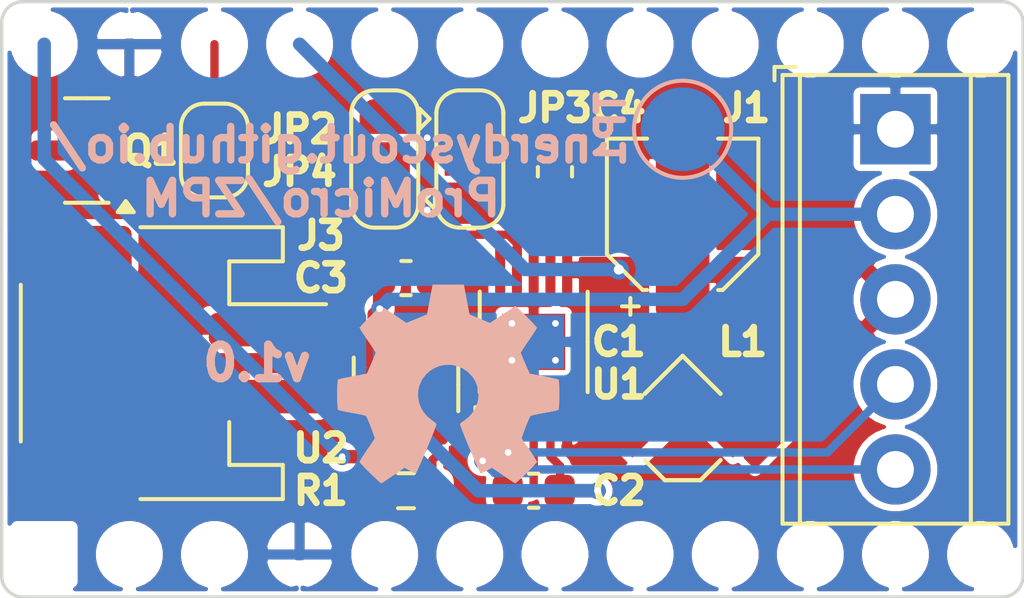
<source format=kicad_pcb>
(kicad_pcb (version 20240108) (generator "pcbnew") (generator_version "8.0")
  (title_block (title "ProMicro_ZPM") (date "2020-05-11") (rev "v1.0"))
  (layers (0 "F.Cu" mixed) (31 "B.Cu" mixed) (34 "B.Paste" user) (35 "F.Paste" user) (36 "B.SilkS" user "B.Silkscreen") (37 "F.SilkS" user "F.Silkscreen") (38 "B.Mask" user) (39 "F.Mask" user) (44 "Edge.Cuts" user))
  (net 0 "")
  (net 1 "GND")
  (net 2 "+3V3")
  (net 3 "VCC")
  (net 4 "VBAT")
  (net 5 "Net-(C2-Pad1)")
  (net 6 "Net-(L1-Pad2)")
  (net 7 "Reset")
  (net 8 "/Vin2")
  (net 9 "Net-(J1-Pad5)")
  (net 10 "Net-(J1-Pad4)")
  (net 11 "Net-(JP4-Pad2)")
  (net 12 "Net-(R1-Pad1)")
  (net 13 "/D0")
  (net 14 "/D1")
  (footprint "Jumper:SolderJumper-3_P1.3mm_Bridged12_RoundedPad1.0x1.5mm" (layer "F.Cu") (at 137.16 94.869 90)
    (property "Reference" "JP2" (at 0.889 -2.54 0) (layer "F.SilkS") (effects (font (size 0.8 0.8) (thickness 0.2))))
    (property "Value" "SolderJumper_3_Bridged12" (hide yes))
    (fp_poly (pts (xy -0.9 -0.3) (xy -0.4 -0.3) (xy -0.4 0.3) (xy -0.9 0.3)) (fill solid) (layer "F.Cu"))
    (fp_line (start -1.4 -1) (end 1.4 -1) (stroke (width 0.12)) (layer "F.SilkS"))
    (fp_line (start 2.05 -0.3) (end 2.05 0.3) (stroke (width 0.12)) (layer "F.SilkS"))
    (fp_line (start -2.05 0.3) (end -2.05 -0.3) (stroke (width 0.12)) (layer "F.SilkS"))
    (fp_line (start 1.4 1) (end -1.4 1) (stroke (width 0.12)) (layer "F.SilkS"))
    (fp_line (start -1.2 1.2) (end -0.9 1.5) (stroke (width 0.12)) (layer "F.SilkS"))
    (fp_line (start -1.2 1.2) (end -1.5 1.5) (stroke (width 0.12)) (layer "F.SilkS"))
    (fp_line (start -1.5 1.5) (end -0.9 1.5) (stroke (width 0.12)) (layer "F.SilkS"))
    (fp_arc (start 1.35 -1) (mid 1.844975 -0.794975) (end 2.05 -0.3) (stroke (width 0.12)) (layer "F.SilkS"))
    (fp_arc (start -2.05 -0.3) (mid -1.844975 -0.794975) (end -1.35 -1) (stroke (width 0.12)) (layer "F.SilkS"))
    (fp_arc (start 2.05 0.3) (mid 1.844975 0.794975) (end 1.35 1) (stroke (width 0.12)) (layer "F.SilkS"))
    (fp_arc (start -1.35 1) (mid -1.844975 0.794975) (end -2.05 0.3) (stroke (width 0.12)) (layer "F.SilkS"))
    (pad "1" smd custom (at -1.3 0 90) (size 1 0.5) (layers "F.Cu" "F.Mask") (net 1 "GND") (options (clearance outline) (anchor rect)) (primitives (gr_circle (center 0 0.25) (end 0.5 0.25) (width 0) (fill yes)) (gr_circle (center 0 -0.25) (end 0.5 -0.25) (width 0) (fill yes)) (gr_poly (pts (xy 0.55 0.75) (xy 0 0.75) (xy 0 -0.75) (xy 0.55 -0.75)) (width 0) (fill yes))))
    (pad "2" smd rect (at 0 0 90) (size 1 1.5) (layers "F.Cu" "F.Mask") (net 13 "/D0"))
    (pad "3" smd custom (at 1.3 0 90) (size 1 0.5) (layers "F.Cu" "F.Mask") (net 8 "/Vin2") (options (clearance outline) (anchor rect)) (primitives (gr_circle (center 0 0.25) (end 0.5 0.25) (width 0) (fill yes)) (gr_circle (center 0 -0.25) (end 0.5 -0.25) (width 0) (fill yes)) (gr_poly (pts (xy 0 0.75) (xy -0.55 0.75) (xy -0.55 -0.75) (xy 0 -0.75)) (width 0) (fill yes))))
  )
  (footprint "Capacitor_SMD:C_0603_1608Metric" (layer "F.Cu") (at 141.605 104.775)
    (property "Reference" "C2" (at 2.54 0 0) (layer "F.SilkS") (effects (font (size 0.8 0.8) (thickness 0.2))))
    (property "Value" "1µ" (hide yes))
    (fp_line (start -0.14058 -0.51) (end 0.14058 -0.51) (stroke (width 0.12)) (layer "F.SilkS"))
    (fp_line (start -0.14058 0.51) (end 0.14058 0.51) (stroke (width 0.12)) (layer "F.SilkS"))
    (pad "1" smd roundrect (at -0.775 0) (size 0.9 0.95) (layers "F.Cu" "F.Paste" "F.Mask") (net 5 "Net-(C2-Pad1)"))
    (pad "2" smd roundrect (at 0.775 0) (size 0.9 0.95) (layers "F.Cu" "F.Paste" "F.Mask") (net 4 "VBAT"))
  )
  (footprint "Capacitor_SMD:C_0603_1608Metric" (layer "F.Cu") (at 137.795 98.425)
    (property "Reference" "C3" (at -2.54 0 0) (layer "F.SilkS") (effects (font (size 0.8 0.8) (thickness 0.2))))
    (property "Value" "4.7µ" (hide yes))
    (fp_line (start -0.14058 -0.51) (end 0.14058 -0.51) (stroke (width 0.12)) (layer "F.SilkS"))
    (fp_line (start -0.14058 0.51) (end 0.14058 0.51) (stroke (width 0.12)) (layer "F.SilkS"))
    (pad "1" smd roundrect (at -0.775 0) (size 0.9 0.95) (layers "F.Cu" "F.Paste" "F.Mask") (net 4 "VBAT"))
    (pad "2" smd roundrect (at 0.775 0) (size 0.9 0.95) (layers "F.Cu" "F.Paste" "F.Mask") (net 1 "GND"))
  )
  (footprint "Package_TO_SOT_SMD:SOT-23-5" (layer "F.Cu") (at 137.795 101.6 -90)
    (property "Reference" "U2" (at 1.905 2.54 0) (layer "F.SilkS") (effects (font (size 0.8 0.8) (thickness 0.2))))
    (property "Value" "MCP73831-2-OT" (hide yes))
    (fp_line (start 0 1.56) (end -0.8 1.56) (stroke (width 0.12)) (layer "F.SilkS"))
    (fp_line (start 0 1.56) (end 0.8 1.56) (stroke (width 0.12)) (layer "F.SilkS"))
    (fp_line (start 0 -1.56) (end -0.8 -1.56) (stroke (width 0.12)) (layer "F.SilkS"))
    (fp_line (start 0 -1.56) (end 0.8 -1.56) (stroke (width 0.12)) (layer "F.SilkS"))
    (fp_poly (pts (xy -1.3 -1.51) (xy -1.54 -1.84) (xy -1.06 -1.84) (xy -1.3 -1.51)) (stroke (width 0.12)) (fill solid) (layer "F.SilkS"))
    (pad "1" smd roundrect (at -1.1375 -0.95 270) (size 1.325 0.6) (layers "F.Cu" "F.Paste" "F.Mask"))
    (pad "2" smd roundrect (at -1.1375 0 270) (size 1.325 0.6) (layers "F.Cu" "F.Paste" "F.Mask") (net 1 "GND"))
    (pad "3" smd roundrect (at -1.1375 0.95 270) (size 1.325 0.6) (layers "F.Cu" "F.Paste" "F.Mask") (net 4 "VBAT"))
    (pad "4" smd roundrect (at 1.1375 0.95 270) (size 1.325 0.6) (layers "F.Cu" "F.Paste" "F.Mask") (net 3 "VCC"))
    (pad "5" smd roundrect (at 1.1375 -0.95 270) (size 1.325 0.6) (layers "F.Cu" "F.Paste" "F.Mask") (net 12 "Net-(R1-Pad1)"))
  )
  (footprint "TerminalBlock_TE-Connectivity:TerminalBlock_TE_282834-5_1x05_P2.54mm_Horizontal" (layer "F.Cu") (at 152.4 93.98 -90)
    (property "Reference" "J1" (at -0.635 4.445 0) (layer "F.SilkS") (effects (font (size 0.8 0.8) (thickness 0.2))))
    (property "Value" "Screw_Terminal_01x05" (hide yes))
    (fp_line (start -1.86 3.61) (end -1.46 3.61) (stroke (width 0.12)) (layer "F.SilkS"))
    (fp_line (start -1.62 3.37) (end 11.78 3.37) (stroke (width 0.12)) (layer "F.SilkS"))
    (fp_line (start -1.86 2.97) (end -1.86 3.61) (stroke (width 0.12)) (layer "F.SilkS"))
    (fp_line (start -1.62 2.85) (end 11.78 2.85) (stroke (width 0.12)) (layer "F.SilkS"))
    (fp_line (start -1.62 -2.25) (end 11.78 -2.25) (stroke (width 0.12)) (layer "F.SilkS"))
    (fp_line (start -1.62 -3.37) (end -1.62 3.37) (stroke (width 0.12)) (layer "F.SilkS"))
    (fp_line (start -1.62 -3.37) (end 11.78 -3.37) (stroke (width 0.12)) (layer "F.SilkS"))
    (fp_line (start 11.78 -3.37) (end 11.78 3.37) (stroke (width 0.12)) (layer "F.SilkS"))
    (pad "1" thru_hole rect (at 0 0 270) (size 2.1 2.1) (drill 1.1) (layers "*.Cu" "*.Mask") (net 1 "GND"))
    (pad "2" thru_hole circle (at 2.54 0 270) (size 2.1 2.1) (drill 1.1) (layers "*.Cu" "*.Mask") (net 4 "VBAT"))
    (pad "3" thru_hole circle (at 5.08 0 270) (size 2.1 2.1) (drill 1.1) (layers "*.Cu" "*.Mask") (net 2 "+3V3"))
    (pad "4" thru_hole circle (at 7.62 0 270) (size 2.1 2.1) (drill 1.1) (layers "*.Cu" "*.Mask") (net 10 "Net-(J1-Pad4)"))
    (pad "5" thru_hole circle (at 10.16 0 270) (size 2.1 2.1) (drill 1.1) (layers "*.Cu" "*.Mask") (net 9 "Net-(J1-Pad5)"))
  )
  (footprint "Capacitor_SMD:C_0603_1608Metric" (layer "F.Cu") (at 142.24 95.25 90)
    (property "Reference" "C4" (at 1.905 1.905 0) (layer "F.SilkS") (effects (font (size 0.8 0.8) (thickness 0.2))))
    (property "Value" "4.7µ" (hide yes))
    (fp_line (start -0.14058 -0.51) (end 0.14058 -0.51) (stroke (width 0.12)) (layer "F.SilkS"))
    (fp_line (start -0.14058 0.51) (end 0.14058 0.51) (stroke (width 0.12)) (layer "F.SilkS"))
    (pad "1" smd roundrect (at -0.775 0 90) (size 0.9 0.95) (layers "F.Cu" "F.Paste" "F.Mask") (net 8 "/Vin2"))
    (pad "2" smd roundrect (at 0.775 0 90) (size 0.9 0.95) (layers "F.Cu" "F.Paste" "F.Mask") (net 1 "GND"))
  )
  (footprint "ZPM:HPNP-100NC" (layer "F.Cu") (at 146.05 102.87 -135)
    (property "Reference" "L1" (at -3.066051 0.526051 0) (layer "F.SilkS") (effects (font (size 0.8 0.8) (thickness 0.2))))
    (property "Value" "CDRH2D18_HPNP-100C" (hide yes))
    (fp_line (start 1.5 0.1) (end 1.5 -0.75) (stroke (width 0.127)) (layer "F.SilkS"))
    (fp_line (start 1.5 -0.75) (end 0.75 -1.5) (stroke (width 0.127)) (layer "F.SilkS"))
    (fp_line (start -1.5 1.5) (end 0.1 1.5) (stroke (width 0.127)) (layer "F.SilkS"))
    (fp_line (start 0.75 -1.5) (end -0.1 -1.5) (stroke (width 0.127)) (layer "F.SilkS"))
    (fp_line (start -1.5 -0.1) (end -1.5 1.5) (stroke (width 0.127)) (layer "F.SilkS"))
    (pad "1" smd rect (at -1.06066 -1.06066 225) (size 1.3 1.3) (layers "F.Cu" "F.Paste" "F.Mask") (net 2 "+3V3"))
    (pad "2" smd rect (at 1.06066 1.06066 225) (size 1.3 1.3) (layers "F.Cu" "F.Paste" "F.Mask") (net 6 "Net-(L1-Pad2)"))
  )
  (footprint "Package_TO_SOT_SMD:SOT-23" (layer "F.Cu") (at 128.27 94.615 180)
    (property "Reference" "Q1" (at -1.905 0 180) (layer "F.SilkS") (effects (font (size 0.8 0.8) (thickness 0.2))))
    (property "Value" "BC847" (hide yes))
    (fp_line (start 0 1.56) (end 0.65 1.56) (stroke (width 0.12)) (layer "F.SilkS"))
    (fp_line (start 0 1.56) (end -0.65 1.56) (stroke (width 0.12)) (layer "F.SilkS"))
    (fp_line (start 0 -1.56) (end 0.65 -1.56) (stroke (width 0.12)) (layer "F.SilkS"))
    (fp_line (start 0 -1.56) (end -0.65 -1.56) (stroke (width 0.12)) (layer "F.SilkS"))
    (fp_poly (pts (xy -1.1625 -1.51) (xy -1.4025 -1.84) (xy -0.9225 -1.84) (xy -1.1625 -1.51)) (stroke (width 0.12)) (fill solid) (layer "F.SilkS"))
    (pad "1" smd roundrect (at -0.9375 -0.95 180) (size 1.475 0.6) (layers "F.Cu" "F.Paste" "F.Mask") (net 11 "Net-(JP4-Pad2)"))
    (pad "2" smd roundrect (at -0.9375 0.95 180) (size 1.475 0.6) (layers "F.Cu" "F.Paste" "F.Mask") (net 1 "GND"))
    (pad "3" smd roundrect (at 0.9375 0 180) (size 1.475 0.6) (layers "F.Cu" "F.Paste" "F.Mask") (net 7 "Reset"))
  )
  (footprint "Jumper:SolderJumper-3_P1.3mm_Bridged12_RoundedPad1.0x1.5mm" (layer "F.Cu") (at 139.7 94.869 -90)
    (property "Reference" "JP3" (at -1.524 -2.54 0) (layer "F.SilkS") (effects (font (size 0.8 0.8) (thickness 0.2))))
    (property "Value" "SolderJumper_3_Bridged12" (hide yes))
    (fp_poly (pts (xy -0.9 -0.3) (xy -0.4 -0.3) (xy -0.4 0.3) (xy -0.9 0.3)) (fill solid) (layer "F.Cu"))
    (fp_line (start -1.5 1.5) (end -0.9 1.5) (stroke (width 0.12)) (layer "F.SilkS"))
    (fp_line (start -1.2 1.2) (end -1.5 1.5) (stroke (width 0.12)) (layer "F.SilkS"))
    (fp_line (start -1.2 1.2) (end -0.9 1.5) (stroke (width 0.12)) (layer "F.SilkS"))
    (fp_line (start 1.4 1) (end -1.4 1) (stroke (width 0.12)) (layer "F.SilkS"))
    (fp_line (start -2.05 0.3) (end -2.05 -0.3) (stroke (width 0.12)) (layer "F.SilkS"))
    (fp_line (start 2.05 -0.3) (end 2.05 0.3) (stroke (width 0.12)) (layer "F.SilkS"))
    (fp_line (start -1.4 -1) (end 1.4 -1) (stroke (width 0.12)) (layer "F.SilkS"))
    (fp_arc (start -1.35 1) (mid -1.844975 0.794975) (end -2.05 0.3) (stroke (width 0.12)) (layer "F.SilkS"))
    (fp_arc (start 2.05 0.3) (mid 1.844975 0.794975) (end 1.35 1) (stroke (width 0.12)) (layer "F.SilkS"))
    (fp_arc (start -2.05 -0.3) (mid -1.844975 -0.794975) (end -1.35 -1) (stroke (width 0.12)) (layer "F.SilkS"))
    (fp_arc (start 1.35 -1) (mid 1.844975 -0.794975) (end 2.05 -0.3) (stroke (width 0.12)) (layer "F.SilkS"))
    (pad "1" smd custom (at -1.3 0 270) (size 1 0.5) (layers "F.Cu" "F.Mask") (net 8 "/Vin2") (options (clearance outline) (anchor rect)) (primitives (gr_circle (center 0 0.25) (end 0.5 0.25) (width 0) (fill yes)) (gr_circle (center 0 -0.25) (end 0.5 -0.25) (width 0) (fill yes)) (gr_poly (pts (xy 0.55 0.75) (xy 0 0.75) (xy 0 -0.75) (xy 0.55 -0.75)) (width 0) (fill yes))))
    (pad "2" smd rect (at 0 0 270) (size 1 1.5) (layers "F.Cu" "F.Mask") (net 14 "/D1"))
    (pad "3" smd custom (at 1.3 0 270) (size 1 0.5) (layers "F.Cu" "F.Mask") (net 1 "GND") (options (clearance outline) (anchor rect)) (primitives (gr_circle (center 0 0.25) (end 0.5 0.25) (width 0) (fill yes)) (gr_circle (center 0 -0.25) (end 0.5 -0.25) (width 0) (fill yes)) (gr_poly (pts (xy 0 0.75) (xy -0.55 0.75) (xy -0.55 -0.75) (xy 0 -0.75)) (width 0) (fill yes))))
  )
  (footprint "Capacitor_SMD:CP_Elec_4x3" (layer "F.Cu") (at 146.05 96.52 90)
    (property "Reference" "C1" (at -3.81 -1.905 0) (layer "F.SilkS") (effects (font (size 0.8 0.8) (thickness 0.2))))
    (property "Value" "10µF" (hide yes))
    (fp_line (start 2.26 -2.26) (end 2.26 -1.06) (stroke (width 0.12)) (layer "F.SilkS"))
    (fp_line (start -1.195563 -2.26) (end 2.26 -2.26) (stroke (width 0.12)) (layer "F.SilkS"))
    (fp_line (start -2.75 -1.81) (end -2.75 -1.31) (stroke (width 0.12)) (layer "F.SilkS"))
    (fp_line (start -3 -1.56) (end -2.5 -1.56) (stroke (width 0.12)) (layer "F.SilkS"))
    (fp_line (start -2.26 -1.195563) (end -1.195563 -2.26) (stroke (width 0.12)) (layer "F.SilkS"))
    (fp_line (start -2.26 -1.195563) (end -2.26 -1.06) (stroke (width 0.12)) (layer "F.SilkS"))
    (fp_line (start -2.26 1.195563) (end -2.26 1.06) (stroke (width 0.12)) (layer "F.SilkS"))
    (fp_line (start -2.26 1.195563) (end -1.195563 2.26) (stroke (width 0.12)) (layer "F.SilkS"))
    (fp_line (start 2.26 2.26) (end 2.26 1.06) (stroke (width 0.12)) (layer "F.SilkS"))
    (fp_line (start -1.195563 2.26) (end 2.26 2.26) (stroke (width 0.12)) (layer "F.SilkS"))
    (pad "1" smd roundrect (at -1.8 0 90) (size 2.6 1.6) (layers "F.Cu" "F.Paste" "F.Mask") (roundrect_rratio 0.15625) (net 2 "+3V3"))
    (pad "2" smd roundrect (at 1.8 0 90) (size 2.6 1.6) (layers "F.Cu" "F.Paste" "F.Mask") (roundrect_rratio 0.15625) (net 1 "GND"))
  )
  (footprint "Package_SO:MSOP-10-1EP_3x3mm_P0.5mm_EP1.68x1.88mm_ThermalVias" (layer "F.Cu") (at 141.605 100.33 90)
    (property "Reference" "U1" (at -1.27 2.54 180) (layer "F.SilkS") (effects (font (size 0.8 0.8) (thickness 0.2))))
    (property "Value" "LTC3588EDD-1PBF" (hide yes))
    (fp_line (start 0 -1.61) (end 1.5 -1.61) (stroke (width 0.12)) (layer "F.SilkS"))
    (fp_line (start 0 -1.61) (end -1.5 -1.61) (stroke (width 0.12)) (layer "F.SilkS"))
    (fp_line (start 0 1.61) (end 1.5 1.61) (stroke (width 0.12)) (layer "F.SilkS"))
    (fp_line (start 0 1.61) (end -1.5 1.61) (stroke (width 0.12)) (layer "F.SilkS"))
    (fp_poly (pts (xy -2.1875 -1.41) (xy -2.4275 -1.74) (xy -1.9475 -1.74) (xy -2.1875 -1.41)) (stroke (width 0.12)) (fill solid) (layer "F.SilkS"))
    (pad "1" smd roundrect (at -2.15 -1 90) (size 1.45 0.3) (layers "F.Cu" "F.Paste" "F.Mask") (net 9 "Net-(J1-Pad5)"))
    (pad "2" smd roundrect (at -2.15 -0.5 90) (size 1.45 0.3) (layers "F.Cu" "F.Paste" "F.Mask") (net 10 "Net-(J1-Pad4)"))
    (pad "3" smd roundrect (at -2.15 0 90) (size 1.45 0.3) (layers "F.Cu" "F.Paste" "F.Mask") (net 5 "Net-(C2-Pad1)"))
    (pad "4" smd roundrect (at -2.15 0.5 90) (size 1.45 0.3) (layers "F.Cu" "F.Paste" "F.Mask") (net 4 "VBAT"))
    (pad "5" smd roundrect (at -2.15 1 90) (size 1.45 0.3) (layers "F.Cu" "F.Paste" "F.Mask") (net 6 "Net-(L1-Pad2)"))
    (pad "6" smd roundrect (at 2.15 1 90) (size 1.45 0.3) (layers "F.Cu" "F.Paste" "F.Mask") (net 2 "+3V3"))
    (pad "7" smd roundrect (at 2.15 0.5 90) (size 1.45 0.3) (layers "F.Cu" "F.Paste" "F.Mask") (net 8 "/Vin2"))
    (pad "8" smd roundrect (at 2.15 0 90) (size 1.45 0.3) (layers "F.Cu" "F.Paste" "F.Mask") (net 14 "/D1"))
    (pad "9" smd roundrect (at 2.15 -0.5 90) (size 1.45 0.3) (layers "F.Cu" "F.Paste" "F.Mask") (net 13 "/D0"))
    (pad "10" smd roundrect (at 2.15 -1 90) (size 1.45 0.3) (layers "F.Cu" "F.Paste" "F.Mask") (net 11 "Net-(JP4-Pad2)"))
    (pad "11" thru_hole circle (at -0.55 -0.65 90) (size 0.5 0.5) (drill 0.2) (property pad_prop_heatsink) (layers "*.Cu") (net 1 "GND"))
    (pad "11" thru_hole circle (at -0.55 0.65 90) (size 0.5 0.5) (drill 0.2) (property pad_prop_heatsink) (layers "*.Cu") (net 1 "GND"))
    (pad "11" smd rect (at 0 0 90) (size 1.6 1.8) (property pad_prop_heatsink) (layers "B.Cu") (net 1 "GND"))
    (pad "11" smd rect (at 0 0 90) (size 1.68 1.88) (property pad_prop_heatsink) (layers "F.Cu" "F.Mask") (net 1 "GND"))
    (pad "11" thru_hole circle (at 0.55 -0.65 90) (size 0.5 0.5) (drill 0.2) (property pad_prop_heatsink) (layers "*.Cu") (net 1 "GND"))
    (pad "11" thru_hole circle (at 0.55 0.65 90) (size 0.5 0.5) (drill 0.2) (property pad_prop_heatsink) (layers "*.Cu") (net 1 "GND"))
  )
  (footprint "Resistor_SMD:R_0603_1608Metric" (layer "F.Cu") (at 137.795 104.775 180)
    (property "Reference" "R1" (at 2.54 0 180) (layer "F.SilkS") (effects (font (size 0.8 0.8) (thickness 0.2))))
    (property "Value" "2k" (hide yes))
    (fp_line (start -0.237258 0.5225) (end 0.237258 0.5225) (stroke (width 0.12)) (layer "F.SilkS"))
    (fp_line (start -0.237258 -0.5225) (end 0.237258 -0.5225) (stroke (width 0.12)) (layer "F.SilkS"))
    (pad "1" smd roundrect (at -0.825 0 180) (size 0.8 0.95) (layers "F.Cu" "F.Paste" "F.Mask") (net 12 "Net-(R1-Pad1)"))
    (pad "2" smd roundrect (at 0.825 0 180) (size 0.8 0.95) (layers "F.Cu" "F.Paste" "F.Mask") (net 1 "GND"))
  )
  (footprint "Connector_JST:JST_PH_S2B-PH-SM4-TB_1x02-1MP_P2.00mm_Horizontal" (layer "F.Cu") (at 130.81 100.965 -90)
    (property "Reference" "J3" (at -3.81 -4.445 0) (layer "F.SilkS") (effects (font (size 0.8 0.8) (thickness 0.2))))
    (property "Value" "JST" (hide yes))
    (fp_line (start -2.34 4.51) (end 2.34 4.51) (stroke (width 0.12)) (layer "F.SilkS"))
    (fp_line (start -4.06 0.94) (end -4.06 -3.31) (stroke (width 0.12)) (layer "F.SilkS"))
    (fp_line (start 4.06 0.94) (end 4.06 -3.31) (stroke (width 0.12)) (layer "F.SilkS"))
    (fp_line (start -3.04 -1.71) (end -1.76 -1.71) (stroke (width 0.12)) (layer "F.SilkS"))
    (fp_line (start -1.76 -1.71) (end -1.76 -4.6) (stroke (width 0.12)) (layer "F.SilkS"))
    (fp_line (start 3.04 -1.71) (end 1.76 -1.71) (stroke (width 0.12)) (layer "F.SilkS"))
    (fp_line (start -4.06 -3.31) (end -3.04 -3.31) (stroke (width 0.12)) (layer "F.SilkS"))
    (fp_line (start -3.04 -3.31) (end -3.04 -1.71) (stroke (width 0.12)) (layer "F.SilkS"))
    (fp_line (start 3.04 -3.31) (end 3.04 -1.71) (stroke (width 0.12)) (layer "F.SilkS"))
    (fp_line (start 4.06 -3.31) (end 3.04 -3.31) (stroke (width 0.12)) (layer "F.SilkS"))
    (pad "1" smd roundrect (at -1 -2.85 270) (size 1 3.5) (layers "F.Cu" "F.Paste" "F.Mask") (net 1 "GND"))
    (pad "2" smd roundrect (at 1 -2.85 270) (size 1 3.5) (layers "F.Cu" "F.Paste" "F.Mask") (net 4 "VBAT"))
    (pad "MP" smd roundrect (at -3.35 2.9 270) (size 1.5 3.4) (layers "F.Cu" "F.Paste" "F.Mask") (roundrect_rratio 0.166667))
    (pad "MP" smd roundrect (at 3.35 2.9 270) (size 1.5 3.4) (layers "F.Cu" "F.Paste" "F.Mask") (roundrect_rratio 0.166667))
  )
  (footprint "Jumper:SolderJumper-2_P1.3mm_Open_RoundedPad1.0x1.5mm" (layer "F.Cu") (at 132.08 94.615 -90)
    (property "Reference" "JP4" (at 0.635 -2.54 0) (layer "F.SilkS") (effects (font (size 0.8 0.8) (thickness 0.2))))
    (property "Value" "SolderJumper_2_Open" (hide yes))
    (fp_line (start 0.7 1) (end -0.7 1) (stroke (width 0.12)) (layer "F.SilkS"))
    (fp_line (start -1.4 0.3) (end -1.4 -0.3) (stroke (width 0.12)) (layer "F.SilkS"))
    (fp_line (start 1.4 -0.3) (end 1.4 0.3) (stroke (width 0.12)) (layer "F.SilkS"))
    (fp_line (start -0.7 -1) (end 0.7 -1) (stroke (width 0.12)) (layer "F.SilkS"))
    (fp_arc (start -0.7 1) (mid -1.194975 0.794975) (end -1.4 0.3) (stroke (width 0.12)) (layer "F.SilkS"))
    (fp_arc (start 1.4 0.3) (mid 1.194975 0.794975) (end 0.7 1) (stroke (width 0.12)) (layer "F.SilkS"))
    (fp_arc (start -1.4 -0.3) (mid -1.194975 -0.794975) (end -0.7 -1) (stroke (width 0.12)) (layer "F.SilkS"))
    (fp_arc (start 0.7 -1) (mid 1.194975 -0.794975) (end 1.4 -0.3) (stroke (width 0.12)) (layer "F.SilkS"))
    (pad "1" smd custom (at -0.65 0 270) (size 1 0.5) (layers "F.Cu" "F.Mask") (net 7 "Reset") (options (clearance outline) (anchor rect)) (primitives (gr_circle (center 0 0.25) (end 0.5 0.25) (width 0) (fill yes)) (gr_circle (center 0 -0.25) (end 0.5 -0.25) (width 0) (fill yes)) (gr_poly (pts (xy 0.5 0.75) (xy 0 0.75) (xy 0 -0.75) (xy 0.5 -0.75)) (width 0) (fill yes))))
    (pad "2" smd custom (at 0.65 0 270) (size 1 0.5) (layers "F.Cu" "F.Mask") (net 11 "Net-(JP4-Pad2)") (options (clearance outline) (anchor rect)) (primitives (gr_circle (center 0 0.25) (end 0.5 0.25) (width 0) (fill yes)) (gr_circle (center 0 -0.25) (end 0.5 -0.25) (width 0) (fill yes)) (gr_poly (pts (xy 0 0.75) (xy -0.5 0.75) (xy -0.5 -0.75) (xy 0 -0.75)) (width 0) (fill yes))))
  )
  (footprint "Symbol:OSHW-Symbol_6.7x6mm_SilkScreen" (layer "B.Cu") (at 139.065 101.6 180)
    (property "Reference" "LOGO1" (hide yes))
    (property "Value" "Logo_Open_Hardware_Small" (hide yes))
    (fp_poly (pts (xy 0.555814 2.531069) (xy 0.639635 2.086445) (xy 0.94892 1.958947) (xy 1.258206 1.831449) (xy 1.629246 2.083754) (xy 1.733157 2.154004) (xy 1.827087 2.216728) (xy 1.906652 2.269062) (xy 1.96747 2.308143) (xy 2.005157 2.331107) (xy 2.015421 2.336058) (xy 2.03391 2.323324) (xy 2.07342 2.288118) (xy 2.129522 2.234938) (xy 2.197787 2.168282) (xy 2.273786 2.092646) (xy 2.353092 2.012528) (xy 2.431275 1.932426) (xy 2.503907 1.856836) (xy 2.566559 1.790255) (xy 2.614803 1.737182) (xy 2.64421 1.702113) (xy 2.651241 1.690377) (xy 2.641123 1.66874) (xy 2.612759 1.621338) (xy 2.569129 1.552807) (xy 2.513218 1.467785) (xy 2.448006 1.370907) (xy 2.410219 1.31565) (xy 2.341343 1.214752) (xy 2.28014 1.123701) (xy 2.229578 1.04703) (xy 2.192628 0.989272) (xy 2.172258 0.954957) (xy 2.169197 0.947746) (xy 2.176136 0.927252) (xy 2.195051 0.879487) (xy 2.223087 0.811168) (xy 2.257391 0.729011) (xy 2.295109 0.63973) (xy 2.333387 0.550042) (xy 2.36937 0.466662) (xy 2.400206 0.396306) (xy 2.423039 0.34569) (xy 2.435017 0.321529) (xy 2.435724 0.320578) (xy 2.454531 0.315964) (xy 2.504618 0.305672) (xy 2.580793 0.290713) (xy 2.677865 0.272099) (xy 2.790643 0.250841) (xy 2.856442 0.238582) (xy 2.97695 0.215638) (xy 3.085797 0.193805) (xy 3.177476 0.174278) (xy 3.246481 0.158252) (xy 3.287304 0.146921) (xy 3.295511 0.143326) (xy 3.303548 0.118994) (xy 3.310033 0.064041) (xy 3.31497 -0.015108) (xy 3.318364 -0.112026) (xy 3.320218 -0.220287) (xy 3.320538 -0.333465) (xy 3.319327 -0.445135) (xy 3.31659 -0.548868) (xy 3.312331 -0.638241) (xy 3.306555 -0.706826) (xy 3.299267 -0.748197) (xy 3.294895 -0.75681) (xy 3.268764 -0.767133) (xy 3.213393 -0.781892) (xy 3.136107 -0.799352) (xy 3.04423 -0.81778) (xy 3.012158 -0.823741) (xy 2.857524 -0.852066) (xy 2.735375 -0.874876) (xy 2.641673 -0.89308) (xy 2.572384 -0.907583) (xy 2.523471 -0.919292) (xy 2.490897 -0.929115) (xy 2.470628 -0.937956) (xy 2.458626 -0.946724) (xy 2.456947 -0.948457) (xy 2.440184 -0.976371) (xy 2.414614 -1.030695) (xy 2.382788 -1.104777) (xy 2.34726 -1.191965) (xy 2.310583 -1.285608) (xy 2.275311 -1.379052) (xy 2.243996 -1.465647) (xy 2.219193 -1.53874) (xy 2.203454 -1.591678) (xy 2.199332 -1.617811) (xy 2.199676 -1.618726) (xy 2.213641 -1.640086) (xy 2.245322 -1.687084) (xy 2.291391 -1.754827) (xy 2.348518 -1.838423) (xy 2.413373 -1.932982) (xy 2.431843 -1.959854) (xy 2.497699 -2.057275) (xy 2.55565 -2.146163) (xy 2.602538 -2.221412) (xy 2.635207 -2.27792) (xy 2.6505 -2.310581) (xy 2.651241 -2.314593) (xy 2.638392 -2.335684) (xy 2.602888 -2.377464) (xy 2.549293 -2.435445) (xy 2.482171 -2.505135) (xy 2.406087 -2.582045) (xy 2.325604 -2.661683) (xy 2.245287 -2.739561) (xy 2.169699 -2.811186) (xy 2.103405 -2.87207) (xy 2.050969 -2.917721) (xy 2.016955 -2.94365) (xy 2.007545 -2.947883) (xy 1.985643 -2.937912) (xy 1.9408 -2.91102) (xy 1.880321 -2.871736) (xy 1.833789 -2.840117) (xy 1.749475 -2.782098) (xy 1.649626 -2.713784) (xy 1.549473 -2.645579) (xy 1.495627 -2.609075) (xy 1.313371 -2.4858) (xy 1.160381 -2.56852) (xy 1.090682 -2.604759) (xy 1.031414 -2.632926) (xy 0.991311 -2.648991) (xy 0.981103 -2.651226) (xy 0.968829 -2.634722) (xy 0.944613 -2.588082) (xy 0.910263 -2.515609) (xy 0.867588 -2.421606) (xy 0.818394 -2.310374) (xy 0.76449 -2.186215) (xy 0.707684 -2.053432) (xy 0.649782 -1.916327) (xy 0.592593 -1.779202) (xy 0.537924 -1.646358) (xy 0.487584 -1.522098) (xy 0.44338 -1.410725) (xy 0.407119 -1.316539) (xy 0.380609 -1.243844) (xy 0.365658 -1.196941) (xy 0.363254 -1.180833) (xy 0.382311 -1.160286) (xy 0.424036 -1.126933) (xy 0.479706 -1.087702) (xy 0.484378 -1.084599) (xy 0.628264 -0.969423) (xy 0.744283 -0.835053) (xy 0.83143 -0.685784) (xy 0.888699 -0.525913) (xy 0.915086 -0.359737) (xy 0.909585 -0.191552) (xy 0.87119 -0.025655) (xy 0.798895 0.133658) (xy 0.777626 0.168513) (xy 0.666996 0.309263) (xy 0.536302 0.422286) (xy 0.390064 0.506997) (xy 0.232808 0.562806) (xy 0.069057 0.589126) (xy -0.096667 0.58537) (xy -0.259838 0.55095) (xy -0.415935 0.485277) (xy -0.560433 0.387765) (xy -0.605131 0.348187) (xy -0.718888 0.224297) (xy -0.801782 0.093876) (xy -0.858644 -0.052315) (xy -0.890313 -0.197088) (xy -0.898131 -0.35986) (xy -0.872062 -0.52344) (xy -0.814755 -0.682298) (xy -0.728856 -0.830906) (xy -0.617014 -0.963735) (xy -0.481877 -1.075256) (xy -0.464117 -1.087011) (xy -0.40785 -1.125508) (xy -0.365077 -1.158863) (xy -0.344628 -1.18016) (xy -0.344331 -1.180833) (xy -0.348721 -1.203871) (xy -0.366124 -1.256157) (xy -0.394732 -1.33339) (xy -0.432735 -1.431268) (xy -0.478326 -1.545491) (xy -0.529697 -1.671758) (xy -0.585038 -1.805767) (xy -0.642542 -1.943218) (xy -0.700399 -2.079808) (xy -0.756802 -2.211237) (xy -0.809942 -2.333205) (xy -0.85801 -2.441409) (xy -0.899199 -2.531549) (xy -0.931699 -2.599323) (xy -0.953703 -2.64043) (xy -0.962564 -2.651226) (xy -0.98964 -2.642819) (xy -1.040303 -2.620272) (xy -1.105817 -2.587613) (xy -1.141841 -2.56852) (xy -1.294832 -2.4858) (xy -1.477088 -2.609075) (xy -1.570125 -2.672228) (xy -1.671985 -2.741727) (xy -1.767438 -2.807165) (xy -1.81525 -2.840117) (xy -1.882495 -2.885273) (xy -1.939436 -2.921057) (xy -1.978646 -2.942938) (xy -1.991381 -2.947563) (xy -2.009917 -2.935085) (xy -2.050941 -2.900252) (xy -2.110475 -2.846678) (xy -2.184542 -2.777983) (xy -2.269165 -2.697781) (xy -2.322685 -2.646286) (xy -2.416319 -2.554286) (xy -2.497241 -2.471999) (xy -2.562177 -2.402945) (xy -2.607858 -2.350644) (xy -2.631011 -2.318616) (xy -2.633232 -2.312116) (xy -2.622924 -2.287394) (xy -2.594439 -2.237405) (xy -2.550937 -2.167212) (xy -2.495577 -2.081875) (xy -2.43152 -1.986456) (xy -2.413303 -1.959854) (xy -2.346927 -1.863167) (xy -2.287378 -1.776117) (xy -2.237984 -1.703595) (xy -2.202075 -1.650493) (xy -2.182981 -1.621703) (xy -2.181136 -1.618726) (xy -2.183895 -1.595782) (xy -2.198538 -1.545336) (xy -2.222513 -1.474041) (xy -2.253266 -1.388547) (xy -2.288244 -1.295507) (xy -2.324893 -1.201574) (xy -2.360661 -1.113399) (xy -2.392994 -1.037634) (xy -2.419338 -0.980931) (xy -2.437142 -0.949943) (xy -2.438407 -0.948457) (xy -2.449294 -0.939601) (xy -2.467682 -0.930843) (xy -2.497606 -0.921277) (xy -2.543103 -0.909996) (xy -2.608209 -0.896093) (xy -2.696961 -0.878663) (xy -2.813393 -0.856798) (xy -2.961542 -0.829591) (xy -2.993618 -0.823741) (xy -3.088686 -0.805374) (xy -3.171565 -0.787405) (xy -3.23493 -0.771569) (xy -3.271458 -0.7596) (xy -3.276356 -0.75681) (xy -3.284427 -0.732072) (xy -3.290987 -0.67679) (xy -3.296033 -0.597389) (xy -3.299559 -0.500296) (xy -3.301561 -0.391938) (xy -3.302036 -0.27874) (xy -3.300977 -0.167128) (xy -3.298382 -0.063529) (xy -3.294246 0.025632) (xy -3.288563 0.093928) (xy -3.281331 0.134934) (xy -3.276971 0.143326) (xy -3.252698 0.151792) (xy -3.197426 0.165565) (xy -3.116662 0.18345) (xy -3.015912 0.204252) (xy -2.900683 0.226777) (xy -2.837902 0.238582) (xy -2.718787 0.260849) (xy -2.612565 0.281021) (xy -2.524427 0.298085) (xy -2.459566 0.311031) (xy -2.423174 0.318845) (xy -2.417184 0.320578) (xy -2.407061 0.34011) (xy -2.385662 0.387157) (xy -2.355839 0.454997) (xy -2.320445 0.536909) (xy -2.282332 0.626172) (xy -2.244353 0.716065) (xy -2.20936 0.799865) (xy -2.180206 0.870853) (xy -2.159743 0.922306) (xy -2.150823 0.947503) (xy -2.150657 0.948604) (xy -2.160769 0.968481) (xy -2.189117 1.014223) (xy -2.232723 1.081283) (xy -2.288606 1.165116) (xy -2.353787 1.261174) (xy -2.391679 1.31635) (xy -2.460725 1.417519) (xy -2.52205 1.50937) (xy -2.572663 1.587256) (xy -2.609571 1.646531) (xy -2.629782 1.682549) (xy -2.632701 1.690623) (xy -2.620153 1.709416) (xy -2.585463 1.749543) (xy -2.533063 1.806507) (xy -2.467384 1.875815) (xy -2.392856 1.952969) (xy -2.313913 2.033475) (xy -2.234983 2.112837) (xy -2.1605 2.18656) (xy -2.094894 2.250148) (xy -2.042596 2.299106) (xy -2.008039 2.328939) (xy -1.996478 2.336058) (xy -1.977654 2.326047) (xy -1.932631 2.297922) (xy -1.865787 2.254546) (xy -1.781499 2.198782) (xy -1.684144 2.133494) (xy -1.610707 2.083754) (xy -1.239667 1.831449) (xy -0.621095 2.086445) (xy -0.537275 2.531069) (xy -0.453454 2.975693) (xy 0.471994 2.975693) (xy 0.555814 2.531069)) (stroke (width 0.01)) (fill solid) (layer "B.SilkS"))
  )
  (footprint "TestPoint:TestPoint_Pad_D2.5mm" (layer "B.Cu") (at 146.05 93.98 -90)
    (property "Reference" "TP1" (at 0 2.148 90) (layer "B.SilkS") (effects (font (size 0.8 0.8) (thickness 0.2)) (justify mirror)))
    (property "Value" "TestPoint" (hide yes))
    (fp_circle (center 0 0) (end 0 -1.45) (stroke (width 0.12)) (fill none) (layer "B.SilkS"))
    (pad "1" smd circle (at 0 0 270) (size 2.5 2.5) (layers "B.Cu" "B.Mask") (net 4 "VBAT"))
  )
  (gr_arc (start 126.365 107.95) (mid 125.915987 107.764013) (end 125.73 107.315) (stroke (width 0.1)) (layer "Edge.Cuts"))
  (gr_arc (start 156.21 107.315) (mid 156.024013 107.764013) (end 155.575 107.95) (stroke (width 0.1)) (layer "Edge.Cuts"))
  (gr_line (start 156.21 90.805) (end 156.21 107.315) (stroke (width 0.1)) (layer "Edge.Cuts"))
  (gr_line (start 155.575 107.95) (end 126.365 107.95) (stroke (width 0.1)) (layer "Edge.Cuts"))
  (gr_arc (start 125.73 90.805) (mid 125.915987 90.355987) (end 126.365 90.17) (stroke (width 0.1)) (layer "Edge.Cuts"))
  (gr_arc (start 155.575 90.17) (mid 156.024013 90.355987) (end 156.21 90.805) (stroke (width 0.1)) (layer "Edge.Cuts"))
  (gr_line (start 125.73 107.315) (end 125.73 90.805) (stroke (width 0.1)) (layer "Edge.Cuts"))
  (gr_line (start 126.365 90.17) (end 155.575 90.17) (stroke (width 0.1)) (layer "Edge.Cuts"))
  (gr_text "nerdyscout.github.io/\nProMicro/ZPM" (at 135.255 95.25 0) (layer "B.SilkS") (effects (font (size 1 1) (thickness 0.22)) (justify mirror)))
  (gr_text "v1.0" (at 133.35 100.965 0) (layer "B.SilkS") (effects (font (size 1 1) (thickness 0.25)) (justify mirror)))
  (via (at 138.43 94.234) (size 0.5) (drill 0.2) (layers "F.Cu" "B.Cu") (net 1))
  (via (at 138.43 96.393) (size 0.5) (drill 0.2) (layers "F.Cu" "B.Cu") (net 1))
  (via (at 144.145 98.171) (size 0.6) (drill 0.3) (layers "F.Cu" "B.Cu") (net 2))
  (segment (start 134.62 91.44) (end 141.351 98.171) (width 0.4) (layer "B.Cu") (net 2))
  (segment (start 141.351 98.171) (end 144.145 98.171) (width 0.4) (layer "B.Cu") (net 2))
  (segment (start 136.525 103.759) (end 135.89 103.759) (width 0.4) (layer "F.Cu") (net 3))
  (segment (start 136.845 103.439) (end 136.525 103.759) (width 0.4) (layer "F.Cu") (net 3))
  (segment (start 136.845 102.7) (end 136.845 103.439) (width 0.4) (layer "F.Cu") (net 3))
  (via (at 135.89 103.759) (size 0.5) (drill 0.2) (layers "F.Cu" "B.Cu") (net 3))
  (segment (start 127 91.44) (end 127 94.869) (width 0.4) (layer "B.Cu") (net 3))
  (segment (start 127 94.869) (end 135.89 103.759) (width 0.4) (layer "B.Cu") (net 3))
  (segment (start 136.017 101.981) (end 133.676 101.981) (width 0.4) (layer "F.Cu") (net 4))
  (segment (start 137.0075 98.425) (end 137.0075 99.3395) (width 0.4) (layer "F.Cu") (net 4))
  (segment (start 136.845 100.5) (end 136.845 101.153) (width 0.4) (layer "F.Cu") (net 4))
  (segment (start 142.3925 104.0385) (end 142.105 103.751) (width 0.25) (layer "F.Cu") (net 4))
  (segment (start 142.3925 104.775) (end 143.51 104.775) (width 0.4) (layer "F.Cu") (net 4))
  (segment (start 136.845 101.153) (end 136.017 101.981) (width 0.4) (layer "F.Cu") (net 4))
  (segment (start 142.3925 104.775) (end 142.3925 104.0385) (width 0.25) (layer "F.Cu") (net 4))
  (segment (start 133.676 101.981) (end 133.66 101.965) (width 0.4) (layer "F.Cu") (net 4))
  (segment (start 142.105 103.751) (end 142.105 102.48) (width 0.25) (layer "F.Cu") (net 4))
  (segment (start 136.845 99.502) (end 136.845 100.5) (width 0.4) (layer "F.Cu") (net 4))
  (via (at 137.0075 99.3395) (size 0.5) (drill 0.2) (layers "F.Cu" "B.Cu") (net 4))
  (via (at 143.51 104.775) (size 0.5) (drill 0.2) (layers "F.Cu" "B.Cu") (net 4))
  (segment (start 152.4 96.52) (end 148.59 96.52) (width 0.4) (layer "B.Cu") (net 4))
  (segment (start 139.954 104.775) (end 137.0075 101.8285) (width 0.4) (layer "B.Cu") (net 4))
  (segment (start 137.0075 99.3395) (end 137.287 99.06) (width 0.4) (layer "B.Cu") (net 4))
  (segment (start 137.287 99.06) (end 146.05 99.06) (width 0.4) (layer "B.Cu") (net 4))
  (segment (start 146.05 99.06) (end 148.59 96.52) (width 0.4) (layer "B.Cu") (net 4))
  (segment (start 148.59 96.52) (end 146.05 93.98) (width 0.4) (layer "B.Cu") (net 4))
  (segment (start 143.51 104.775) (end 139.954 104.775) (width 0.4) (layer "B.Cu") (net 4))
  (segment (start 137.0075 101.8285) (end 137.0075 99.3395) (width 0.4) (layer "B.Cu") (net 4))
  (segment (start 141.605 103.270702) (end 141.605 104.648) (width 0.25) (layer "F.Cu") (net 5))
  (segment (start 141.478 104.775) (end 140.843 104.775) (width 0.25) (layer "F.Cu") (net 5))
  (segment (start 141.605 102.48) (end 141.605 103.270702) (width 0.25) (layer "F.Cu") (net 5))
  (segment (start 141.605 104.648) (end 141.478 104.775) (width 0.25) (layer "F.Cu") (net 5))
  (segment (start 132.08 93.965) (end 132.08 93.465) (width 0.25) (layer "F.Cu") (net 7))
  (segment (start 130.175 94.615) (end 127.27 94.615) (width 0.25) (layer "F.Cu") (net 7))
  (segment (start 132.08 93.965) (end 130.825 93.965) (width 0.25) (layer "F.Cu") (net 7))
  (segment (start 130.825 93.965) (end 130.175 94.615) (width 0.25) (layer "F.Cu") (net 7))
  (segment (start 132.08 93.465) (end 132.08 91.44) (width 0.25) (layer "F.Cu") (net 7))
  (segment (start 138.4 93.569) (end 137.16 93.569) (width 0.25) (layer "F.Cu") (net 8))
  (segment (start 142.103602 95.22501) (end 141.70701 95.22501) (width 0.25) (layer "F.Cu") (net 8))
  (segment (start 142.24 96.774) (end 142.105 96.909) (width 0.25) (layer "F.Cu") (net 8))
  (segment (start 142.24 96.0375) (end 142.24 96.774) (width 0.25) (layer "F.Cu") (net 8))
  (segment (start 142.105 98.18) (end 142.105 96.909) (width 0.25) (layer "F.Cu") (net 8))
  (segment (start 141.70701 95.22501) (end 141.224 94.742) (width 0.25) (layer "F.Cu") (net 8))
  (segment (start 142.24 96.0375) (end 142.24 95.361408) (width 0.25) (layer "F.Cu") (net 8))
  (segment (start 140.693796 93.569) (end 139.7 93.569) (width 0.25) (layer "F.Cu") (net 8))
  (segment (start 141.224 94.099204) (end 140.693796 93.569) (width 0.25) (layer "F.Cu") (net 8))
  (segment (start 142.24 95.361408) (end 142.103602 95.22501) (width 0.25) (layer "F.Cu") (net 8))
  (segment (start 141.224 94.742) (end 141.224 94.099204) (width 0.25) (layer "F.Cu") (net 8))
  (segment (start 139.7 93.569) (end 138.4 93.569) (width 0.25) (layer "F.Cu") (net 8))
  (segment (start 140.605 102.48) (end 140.3475 102.48) (width 0.25) (layer "F.Cu") (net 9))
  (segment (start 140.081 102.7465) (end 140.081 103.886) (width 0.25) (layer "F.Cu") (net 9))
  (segment (start 140.3475 102.48) (end 140.081 102.7465) (width 0.25) (layer "F.Cu") (net 9))
  (via (at 140.081 103.886) (size 0.5) (drill 0.2) (layers "F.Cu" "B.Cu") (net 9))
  (segment (start 140.330999 104.135999) (end 140.081 103.886) (width 0.25) (layer "B.Cu") (net 9))
  (segment (start 141.495011 104.249989) (end 140.444989 104.249989) (width 0.25) (layer "B.Cu") (net 9))
  (segment (start 152.4 104.14) (end 141.605 104.14) (width 0.25) (layer "B.Cu") (net 9))
  (segment (start 140.444989 104.249989) (end 140.330999 104.135999) (width 0.25) (layer "B.Cu") (net 9))
  (segment (start 141.605 104.14) (end 141.495011 104.249989) (width 0.25) (layer "B.Cu") (net 9))
  (segment (start 141.105 103.37) (end 140.843 103.632) (width 0.25) (layer "F.Cu") (net 10))
  (segment (start 141.105 102.48) (end 141.105 103.37) (width 0.25) (layer "F.Cu") (net 10))
  (via (at 140.843 103.632) (size 0.5) (drill 0.2) (layers "F.Cu" "B.Cu") (net 10))
  (segment (start 150.368 103.632) (end 140.843 103.632) (width 0.25) (layer "B.Cu") (net 10))
  (segment (start 152.4 101.6) (end 150.368 103.632) (width 0.25) (layer "B.Cu") (net 10))
  (segment (start 130.241 95.565) (end 130.541 95.265) (width 0.25) (layer "F.Cu") (net 11))
  (segment (start 139.963 98.18) (end 139.363001 97.580001) (width 0.25) (layer "F.Cu") (net 11))
  (segment (start 139.363001 97.580001) (end 134.395001 97.580001) (width 0.25) (layer "F.Cu") (net 11))
  (segment (start 130.541 95.265) (end 131.332408 95.265) (width 0.25) (layer "F.Cu") (net 11))
  (segment (start 131.332408 95.265) (end 132.08 95.265) (width 0.25) (layer "F.Cu") (net 11))
  (segment (start 129.27 95.565) (end 130.241 95.565) (width 0.25) (layer "F.Cu") (net 11))
  (segment (start 132.534064 95.719064) (end 132.08 95.265) (width 0.25) (layer "F.Cu") (net 11))
  (segment (start 134.395001 97.580001) (end 132.534064 95.719064) (width 0.25) (layer "F.Cu") (net 11))
  (segment (start 140.605 98.18) (end 139.963 98.18) (width 0.25) (layer "F.Cu") (net 11))
  (segment (start 138.5825 103.8605) (end 138.5825 104.775) (width 0.25) (layer "F.Cu") (net 12))
  (segment (start 138.745 102.7) (end 138.745 103.698) (width 0.25) (layer "F.Cu") (net 12))
  (segment (start 138.745 103.698) (end 138.5825 103.8605) (width 0.25) (layer "F.Cu") (net 12))
  (segment (start 135.89 95.139) (end 136.16 94.869) (width 0.25) (layer "F.Cu") (net 13))
  (segment (start 135.89 96.52) (end 135.89 95.139) (width 0.25) (layer "F.Cu") (net 13))
  (segment (start 136.49999 97.12999) (end 135.89 96.52) (width 0.25) (layer "F.Cu") (net 13))
  (segment (start 141.105 97.389298) (end 140.845692 97.12999) (width 0.25) (layer "F.Cu") (net 13))
  (segment (start 136.16 94.869) (end 137.16 94.869) (width 0.25) (layer "F.Cu") (net 13))
  (segment (start 140.845692 97.12999) (end 136.49999 97.12999) (width 0.25) (layer "F.Cu") (net 13))
  (segment (start 141.105 98.18) (end 141.105 97.389298) (width 0.25) (layer "F.Cu") (net 13))
  (segment (start 140.97 95.139) (end 140.7 94.869) (width 0.25) (layer "F.Cu") (net 14))
  (segment (start 140.7 94.869) (end 139.7 94.869) (width 0.25) (layer "F.Cu") (net 14))
  (segment (start 140.97 96.266) (end 140.97 95.139) (width 0.25) (layer "F.Cu") (net 14))
  (segment (start 141.605 96.901) (end 140.97 96.266) (width 0.25) (layer "F.Cu") (net 14))
  (segment (start 141.605 98.18) (end 141.605 96.901) (width 0.25) (layer "F.Cu") (net 14))
  (zone (net 6) (net_name "Net-(L1-Pad2)") (layer "F.Cu") (priority 2) (connect_pads (clearance 0.125)) (min_thickness 0.125) (fill yes (thermal_gap 0.2) (thermal_bridge_width 0.5))
    (polygon (pts (xy 144.653 104.013) (xy 142.367 104.013) (xy 142.367 101.6) (xy 144.526 101.6) (xy 145.796 102.87)))
  )
  (zone (net 1) (net_name "GND") (layer "F.Cu") (connect_pads (clearance 0.125)) (min_thickness 0.125) (fill yes (thermal_gap 0.2) (thermal_bridge_width 0.3))
    (polygon (pts (xy 125.73 107.95) (xy 125.73 90.17) (xy 156.21 90.17) (xy 156.21 107.95)))
  )
  (zone (net 2) (net_name "+3V3") (layer "F.Cu") (priority 1) (connect_pads (clearance 0.125)) (min_thickness 0.125) (fill yes (thermal_gap 0.2) (thermal_bridge_width 0.5))
    (polygon (pts (xy 148.209 104.14) (xy 143.764 99.695) (xy 142.367 99.695) (xy 142.367 97.79) (xy 152.4 97.79) (xy 153.035 98.425) (xy 153.035 99.314)))
  )
  (zone (net 1) (net_name "GND") (layer "B.Cu") (connect_pads (clearance 0.125)) (min_thickness 0.125) (fill yes (thermal_gap 0.2) (thermal_bridge_width 0.3))
    (polygon (pts (xy 125.73 107.95) (xy 125.73 90.17) (xy 156.21 90.17) (xy 156.21 107.95)))
  )
)
</source>
